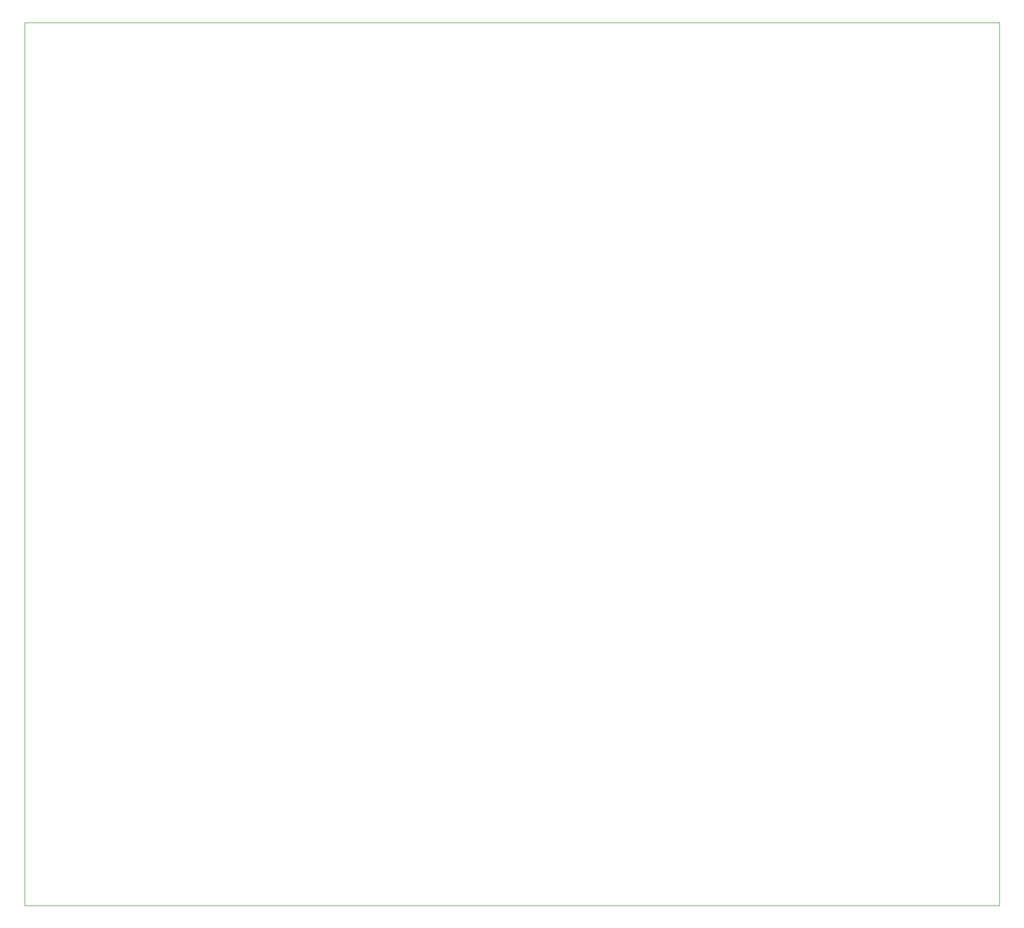
<source format=gbr>
%TF.GenerationSoftware,KiCad,Pcbnew,4.0.7-e2-6376~58~ubuntu16.04.1*%
%TF.CreationDate,2018-08-15T08:26:31-07:00*%
%TF.ProjectId,psu,7073752E6B696361645F706362000000,rev?*%
%TF.FileFunction,Profile,NP*%
%FSLAX46Y46*%
G04 Gerber Fmt 4.6, Leading zero omitted, Abs format (unit mm)*
G04 Created by KiCad (PCBNEW 4.0.7-e2-6376~58~ubuntu16.04.1) date Wed Aug 15 08:26:31 2018*
%MOMM*%
%LPD*%
G01*
G04 APERTURE LIST*
%ADD10C,0.100000*%
G04 APERTURE END LIST*
D10*
X42900000Y-162450000D02*
X42900000Y-16450000D01*
X203900000Y-162450000D02*
X42900000Y-162450000D01*
X203900000Y-16450000D02*
X203900000Y-162450000D01*
X42900000Y-16450000D02*
X203900000Y-16450000D01*
M02*

</source>
